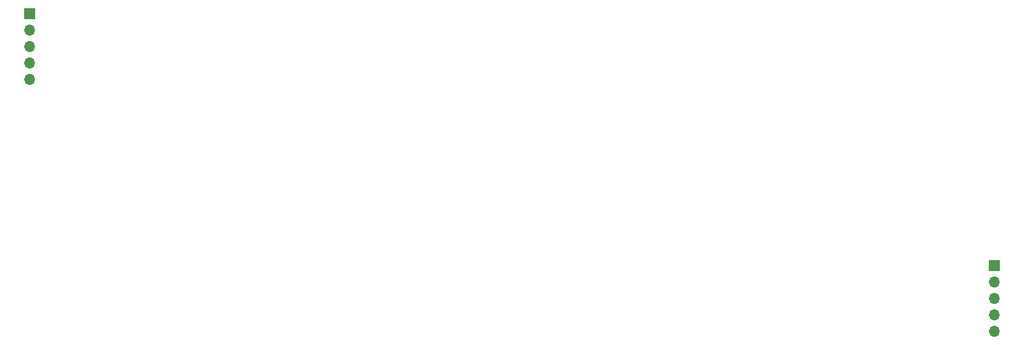
<source format=gbr>
%TF.GenerationSoftware,KiCad,Pcbnew,(6.0.9)*%
%TF.CreationDate,2023-03-10T17:43:12+02:00*%
%TF.ProjectId,RA_CA_2023_6,52415f43-415f-4323-9032-335f362e6b69,rev?*%
%TF.SameCoordinates,Original*%
%TF.FileFunction,Soldermask,Bot*%
%TF.FilePolarity,Negative*%
%FSLAX46Y46*%
G04 Gerber Fmt 4.6, Leading zero omitted, Abs format (unit mm)*
G04 Created by KiCad (PCBNEW (6.0.9)) date 2023-03-10 17:43:12*
%MOMM*%
%LPD*%
G01*
G04 APERTURE LIST*
%ADD10R,1.700000X1.700000*%
%ADD11O,1.700000X1.700000*%
G04 APERTURE END LIST*
D10*
%TO.C,J1*%
X47830000Y-72170000D03*
D11*
X47830000Y-74710000D03*
X47830000Y-77250000D03*
X47830000Y-79790000D03*
X47830000Y-82330000D03*
%TD*%
D10*
%TO.C,J2*%
X196520000Y-111095000D03*
D11*
X196520000Y-113635000D03*
X196520000Y-116175000D03*
X196520000Y-118715000D03*
X196520000Y-121255000D03*
%TD*%
M02*

</source>
